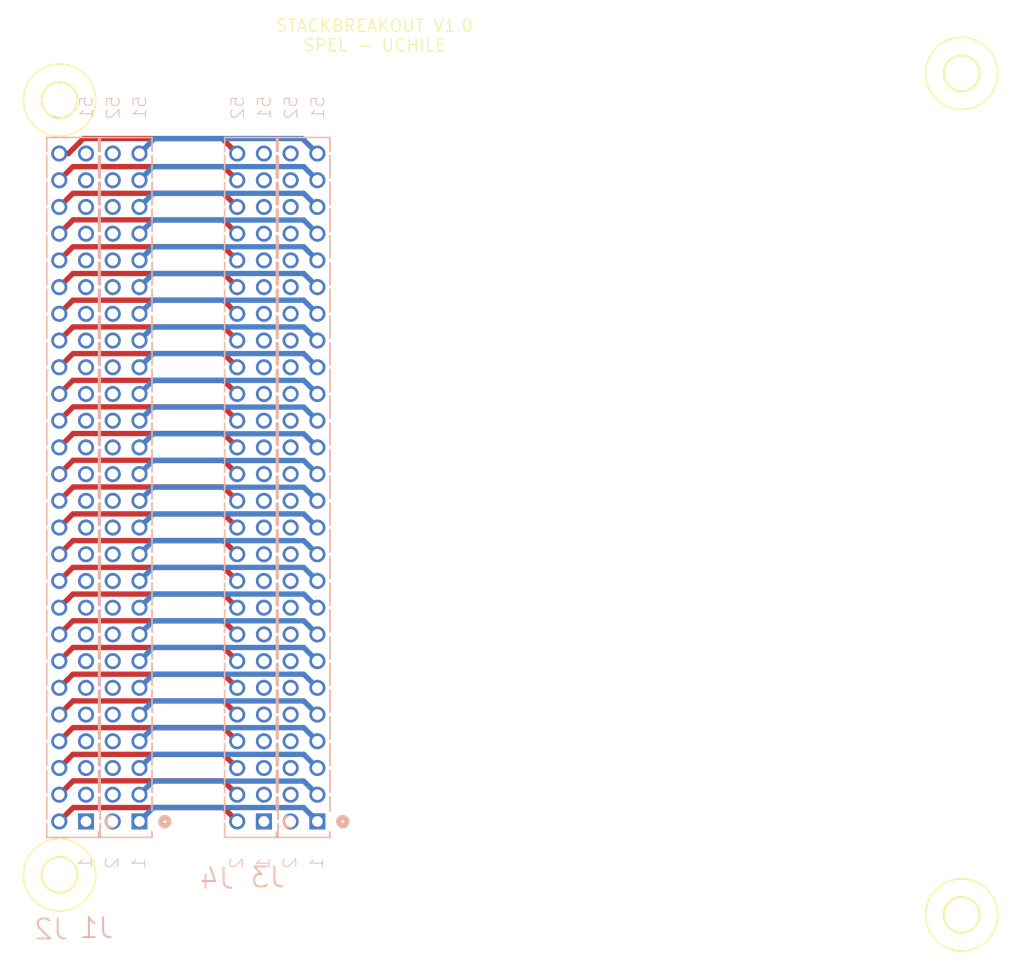
<source format=kicad_pcb>
(kicad_pcb (version 20221018) (generator pcbnew)
  (layers (0 "F.Cu" signal) (1 "In1.Cu" signal) (2 "In2.Cu" signal) (31 "B.Cu" signal) (34 "B.Paste" user) (35 "F.Paste" user) (36 "B.SilkS" user "B.Silkscreen") (37 "F.SilkS" user "F.Silkscreen") (38 "B.Mask" user) (39 "F.Mask" user) (44 "Edge.Cuts" user))
  (net 0 "")
  (net 1 "GND")
  (net 2 "CAN-L")
  (net 3 "CAN-H")
  (net 4 "N$3")
  (net 5 "N$4")
  (net 6 "I2C2-SDA")
  (net 7 "I2C2_SCL")
  (net 8 "N$7")
  (net 9 "N$8")
  (net 10 "N$9")
  (net 11 "RX")
  (net 12 "N$11")
  (net 13 "N$12")
  (net 14 "N$13")
  (net 15 "N$14")
  (net 16 "N$15")
  (net 17 "N$16")
  (net 18 "N$17")
  (net 19 "N$18")
  (net 20 "N$19")
  (net 21 "N$20")
  (net 22 "N$21")
  (net 23 "N$22")
  (net 24 "TX")
  (net 25 "N$24")
  (net 26 "N$25")
  (net 27 "N$26")
  (net 28 "N$27")
  (net 29 "N$28")
  (net 30 "N$29")
  (net 31 "N$30")
  (net 32 "N$31")
  (net 33 "N$32")
  (net 34 "TXD")
  (net 35 "I2C-SDA")
  (net 36 "I2C-SCL")
  (net 37 "N$36")
  (net 38 "OUT1_3V3")
  (net 39 "OUT2_3V3")
  (net 40 "OUT3_3V3")
  (net 41 "N$40")
  (net 42 "N$41")
  (net 43 "5V0_IN")
  (net 44 "N$43")
  (net 45 "N$44")
  (net 46 "N$45")
  (net 47 "RXD")
  (net 48 "N$47")
  (net 49 "N$48")
  (net 50 "N$49")
  (net 51 "OUT4_5V0")
  (net 52 "OUT5_5V0")
  (net 53 "OUT6_5V0")
  (net 54 "N$53")
  (net 55 "N$54")
  (net 56 "N$55")
  (net 57 "N$56")
  (net 58 "N$57")
  (net 59 "N$58")
  (net 60 "N$59")
  (net 61 "N$60")
  (net 62 "N$61")
  (net 63 "N$62")
  (net 64 "N$63")
  (net 65 "N$64")
  (net 66 "5V0")
  (net 67 "N$66")
  (net 68 "N$67")
  (net 69 "N$68")
  (net 70 "N$69")
  (net 71 "N$70")
  (net 72 "N$71")
  (net 73 "N$72")
  (net 74 "N$73")
  (net 75 "N$74")
  (net 76 "N$75")
  (net 77 "N$76")
  (net 78 "N$77")
  (net 79 "3V3")
  (net 80 "N$82")
  (net 81 "RX2")
  (net 82 "TX2")
  (net 83 "N$85")
  (net 84 "N$86")
  (net 85 "N$87")
  (net 86 "V_BAT")
  (net 87 "N$89")
  (net 88 "N$90")
  (net 89 "N$91")
  (net 90 "N$95")
  (net 91 "EPS_RX")
  (net 92 "EPS_TX")
  (net 93 "N$98")
  (net 94 "N$99")
  (net 95 "N$100")
  (net 96 "N$102")
  (net 97 "N$103")
  (net 98 "N$104")
  (net 99 "AGND")
  (footprint "StackBreakoutConnection_4layers_V1.0:3,2" (layer "F.Cu") (at 191.3324 145.6736)
    (fp_text reference "U$3" hide)
    (fp_text value "" hide)
    (pad "" np_thru_hole circle (at 0 0) (size 3.2 3.2) (drill 3.2) (layers "*.Cu" "*.Mask"))
  )
  (footprint "StackBreakoutConnection_4layers_V1.0:3,2" (layer "F.Cu") (at 191.3324 65.6636)
    (fp_text reference "U$2" hide)
    (fp_text value "" hide)
    (pad "" np_thru_hole circle (at 0 0) (size 3.2 3.2) (drill 3.2) (layers "*.Cu" "*.Mask"))
  )
  (footprint "StackBreakoutConnection_4layers_V1.0:3,2" (layer "F.Cu") (at 105.6024 68.2036)
    (fp_text reference "U$1" hide)
    (fp_text value "" hide)
    (pad "" np_thru_hole circle (at 0 0) (size 3.2 3.2) (drill 3.2) (layers "*.Cu" "*.Mask"))
  )
  (footprint "StackBreakoutConnection_4layers_V1.0:3,2" (layer "F.Cu") (at 105.6024 141.8636)
    (fp_text reference "U$4" hide)
    (fp_text value "" hide)
    (pad "" np_thru_hole circle (at 0 0) (size 3.2 3.2) (drill 3.2) (layers "*.Cu" "*.Mask"))
  )
  (footprint "StackBreakoutConnection_4layers_V1.0:SAMTEC_SSQ-126-23-G-D" (layer "B.Cu") (at 105.5824 73.2836 -90)
    (fp_text reference "J2" (at 73.7616 -0.9652 -360) (layer "B.SilkS") (effects (font (size 1.895348 1.895348) (thickness 0.187452)) (justify left mirror)))
    (fp_text value "SSQ-126-23-G-D" hide)
    (fp_text user "51" (at -5.5372 -3.2766 90) (layer "B.SilkS") (effects (font (size 1.1938 1.1938) (thickness 0.0762)) (justify left bottom mirror)))
    (fp_text user "2" (at 66.8528 -0.635 90) (layer "B.SilkS") (effects (font (size 1.1938 1.1938) (thickness 0.0762)) (justify left bottom mirror)))
    (fp_text user "52" (at -5.5372 -0.7366 90) (layer "B.SilkS") (effects (font (size 1.1938 1.1938) (thickness 0.0762)) (justify left bottom mirror)))
    (fp_text user "1" (at 66.8528 -3.175 90) (layer "B.SilkS") (effects (font (size 1.1938 1.1938) (thickness 0.0762)) (justify left bottom mirror)))
    (pad "1" thru_hole rect (at 63.5 -2.54 270) (size 1.524 1.524) (drill 1.016) (layers "*.Cu" "*.Mask") (net 54 "N$53"))
    (pad "2" thru_hole circle (at 63.5 0 270) (size 1.524 1.524) (drill 1.016) (layers "*.Cu" "*.Mask") (net 67 "N$66"))
    (pad "3" thru_hole circle (at 60.96 -2.54 270) (size 1.524 1.524) (drill 1.016) (layers "*.Cu" "*.Mask") (net 55 "N$54"))
    (pad "4" thru_hole circle (at 60.96 0 270) (size 1.524 1.524) (drill 1.016) (layers "*.Cu" "*.Mask") (net 68 "N$67"))
    (pad "5" thru_hole circle (at 58.42 -2.54 270) (size 1.524 1.524) (drill 1.016) (layers "*.Cu" "*.Mask") (net 56 "N$55"))
    (pad "6" thru_hole circle (at 58.42 0 270) (size 1.524 1.524) (drill 1.016) (layers "*.Cu" "*.Mask") (net 69 "N$68"))
    (pad "7" thru_hole circle (at 55.88 -2.54 270) (size 1.524 1.524) (drill 1.016) (layers "*.Cu" "*.Mask") (net 57 "N$56"))
    (pad "8" thru_hole circle (at 55.88 0 270) (size 1.524 1.524) (drill 1.016) (layers "*.Cu" "*.Mask") (net 70 "N$69"))
    (pad "9" thru_hole circle (at 53.34 -2.54 270) (size 1.524 1.524) (drill 1.016) (layers "*.Cu" "*.Mask") (net 58 "N$57"))
    (pad "10" thru_hole circle (at 53.34 0 270) (size 1.524 1.524) (drill 1.016) (layers "*.Cu" "*.Mask") (net 71 "N$70"))
    (pad "11" thru_hole circle (at 50.8 -2.54 270) (size 1.524 1.524) (drill 1.016) (layers "*.Cu" "*.Mask") (net 59 "N$58"))
    (pad "12" thru_hole circle (at 50.8 0 270) (size 1.524 1.524) (drill 1.016) (layers "*.Cu" "*.Mask") (net 72 "N$71"))
    (pad "13" thru_hole circle (at 48.26 -2.54 270) (size 1.524 1.524) (drill 1.016) (layers "*.Cu" "*.Mask") (net 60 "N$59"))
    (pad "14" thru_hole circle (at 48.26 0 270) (size 1.524 1.524) (drill 1.016) (layers "*.Cu" "*.Mask") (net 73 "N$72"))
    (pad "15" thru_hole circle (at 45.72 -2.54 270) (size 1.524 1.524) (drill 1.016) (layers "*.Cu" "*.Mask") (net 61 "N$60"))
    (pad "16" thru_hole circle (at 45.72 0 270) (size 1.524 1.524) (drill 1.016) (layers "*.Cu" "*.Mask") (net 74 "N$73"))
    (pad "17" thru_hole circle (at 43.18 -2.54 270) (size 1.524 1.524) (drill 1.016) (layers "*.Cu" "*.Mask") (net 62 "N$61"))
    (pad "18" thru_hole circle (at 43.18 0 270) (size 1.524 1.524) (drill 1.016) (layers "*.Cu" "*.Mask") (net 75 "N$74"))
    (pad "19" thru_hole circle (at 40.64 -2.54 270) (size 1.524 1.524) (drill 1.016) (layers "*.Cu" "*.Mask") (net 63 "N$62"))
    (pad "20" thru_hole circle (at 40.64 0 270) (size 1.524 1.524) (drill 1.016) (layers "*.Cu" "*.Mask") (net 76 "N$75"))
    (pad "21" thru_hole circle (at 38.1 -2.54 270) (size 1.524 1.524) (drill 1.016) (layers "*.Cu" "*.Mask") (net 64 "N$63"))
    (pad "22" thru_hole circle (at 38.1 0 270) (size 1.524 1.524) (drill 1.016) (layers "*.Cu" "*.Mask") (net 77 "N$76"))
    (pad "23" thru_hole circle (at 35.56 -2.54 270) (size 1.524 1.524) (drill 1.016) (layers "*.Cu" "*.Mask") (net 65 "N$64"))
    (pad "24" thru_hole circle (at 35.56 0 270) (size 1.524 1.524) (drill 1.016) (layers "*.Cu" "*.Mask") (net 78 "N$77"))
    (pad "25" thru_hole circle (at 33.02 -2.54 270) (size 1.524 1.524) (drill 1.016) (layers "*.Cu" "*.Mask") (net 66 "5V0"))
    (pad "26" thru_hole circle (at 33.02 0 270) (size 1.524 1.524) (drill 1.016) (layers "*.Cu" "*.Mask") (net 66 "5V0"))
    (pad "27" thru_hole circle (at 30.48 -2.54 270) (size 1.524 1.524) (drill 1.016) (layers "*.Cu" "*.Mask") (net 79 "3V3"))
    (pad "28" thru_hole circle (at 30.48 0 270) (size 1.524 1.524) (drill 1.016) (layers "*.Cu" "*.Mask") (net 79 "3V3"))
    (pad "29" thru_hole circle (at 27.94 -2.54 270) (size 1.524 1.524) (drill 1.016) (layers "*.Cu" "*.Mask") (net 1 "GND"))
    (pad "30" thru_hole circle (at 27.94 0 270) (size 1.524 1.524) (drill 1.016) (layers "*.Cu" "*.Mask") (net 1 "GND"))
    (pad "31" thru_hole circle (at 25.4 -2.54 270) (size 1.524 1.524) (drill 1.016) (layers "*.Cu" "*.Mask") (net 99 "AGND"))
    (pad "32" thru_hole circle (at 25.4 0 270) (size 1.524 1.524) (drill 1.016) (layers "*.Cu" "*.Mask") (net 1 "GND"))
    (pad "33" thru_hole circle (at 22.86 -2.54 270) (size 1.524 1.524) (drill 1.016) (layers "*.Cu" "*.Mask") (net 80 "N$82"))
    (pad "34" thru_hole circle (at 22.86 0 270) (size 1.524 1.524) (drill 1.016) (layers "*.Cu" "*.Mask") (net 90 "N$95"))
    (pad "35" thru_hole circle (at 20.32 -2.54 270) (size 1.524 1.524) (drill 1.016) (layers "*.Cu" "*.Mask") (net 81 "RX2"))
    (pad "36" thru_hole circle (at 20.32 0 270) (size 1.524 1.524) (drill 1.016) (layers "*.Cu" "*.Mask") (net 91 "EPS_RX"))
    (pad "37" thru_hole circle (at 17.78 -2.54 270) (size 1.524 1.524) (drill 1.016) (layers "*.Cu" "*.Mask") (net 82 "TX2"))
    (pad "38" thru_hole circle (at 17.78 0 270) (size 1.524 1.524) (drill 1.016) (layers "*.Cu" "*.Mask") (net 92 "EPS_TX"))
    (pad "39" thru_hole circle (at 15.24 -2.54 270) (size 1.524 1.524) (drill 1.016) (layers "*.Cu" "*.Mask") (net 83 "N$85"))
    (pad "40" thru_hole circle (at 15.24 0 270) (size 1.524 1.524) (drill 1.016) (layers "*.Cu" "*.Mask") (net 93 "N$98"))
    (pad "41" thru_hole circle (at 12.7 -2.54 270) (size 1.524 1.524) (drill 1.016) (layers "*.Cu" "*.Mask") (net 84 "N$86"))
    (pad "42" thru_hole circle (at 12.7 0 270) (size 1.524 1.524) (drill 1.016) (layers "*.Cu" "*.Mask") (net 94 "N$99"))
    (pad "43" thru_hole circle (at 10.16 -2.54 270) (size 1.524 1.524) (drill 1.016) (layers "*.Cu" "*.Mask") (net 85 "N$87"))
    (pad "44" thru_hole circle (at 10.16 0 270) (size 1.524 1.524) (drill 1.016) (layers "*.Cu" "*.Mask") (net 95 "N$100"))
    (pad "45" thru_hole circle (at 7.62 -2.54 270) (size 1.524 1.524) (drill 1.016) (layers "*.Cu" "*.Mask") (net 86 "V_BAT"))
    (pad "46" thru_hole circle (at 7.62 0 270) (size 1.524 1.524) (drill 1.016) (layers "*.Cu" "*.Mask") (net 86 "V_BAT"))
    (pad "47" thru_hole circle (at 5.08 -2.54 270) (size 1.524 1.524) (drill 1.016) (layers "*.Cu" "*.Mask") (net 87 "N$89"))
    (pad "48" thru_hole circle (at 5.08 0 270) (size 1.524 1.524) (drill 1.016) (layers "*.Cu" "*.Mask") (net 96 "N$102"))
    (pad "49" thru_hole circle (at 2.54 -2.54 270) (size 1.524 1.524) (drill 1.016) (layers "*.Cu" "*.Mask") (net 88 "N$90"))
    (pad "50" thru_hole circle (at 2.54 0 270) (size 1.524 1.524) (drill 1.016) (layers "*.Cu" "*.Mask") (net 97 "N$103"))
    (pad "51" thru_hole circle (at 0 -2.54 270) (size 1.524 1.524) (drill 1.016) (layers "*.Cu" "*.Mask") (net 89 "N$91"))
    (pad "52" thru_hole circle (at 0 0 270) (size 1.524 1.524) (drill 1.016) (layers "*.Cu" "*.Mask") (net 98 "N$104"))
  )
  (footprint "StackBreakoutConnection_4layers_V1.0:SAMTEC_SSQ-126-23-G-D" (layer "B.Cu") (at 127.5684 73.2836 -90)
    (fp_text reference "J3" (at 68.8086 0.4318 -360) (layer "B.SilkS") (effects (font (size 1.895348 1.895348) (thickness 0.187452)) (justify left mirror)))
    (fp_text value "SSQ-126-23-G-D" hide)
    (fp_text user "1" (at 66.8528 -3.175 90) (layer "B.SilkS") (effects (font (size 1.1938 1.1938) (thickness 0.0762)) (justify left bottom mirror)))
    (fp_text user "52" (at -5.5372 -0.7366 90) (layer "B.SilkS") (effects (font (size 1.1938 1.1938) (thickness 0.0762)) (justify left bottom mirror)))
    (fp_text user "2" (at 66.8528 -0.635 90) (layer "B.SilkS") (effects (font (size 1.1938 1.1938) (thickness 0.0762)) (justify left bottom mirror)))
    (fp_text user "51" (at -5.5372 -3.2766 90) (layer "B.SilkS") (effects (font (size 1.1938 1.1938) (thickness 0.0762)) (justify left bottom mirror)))
    (pad "1" thru_hole rect (at 63.5 -2.54 270) (size 1.524 1.524) (drill 1.016) (layers "*.Cu" "*.Mask") (net 2 "CAN-L"))
    (pad "2" thru_hole circle (at 63.5 0 270) (size 1.524 1.524) (drill 1.016) (layers "*.Cu" "*.Mask") (net 15 "N$14"))
    (pad "3" thru_hole circle (at 60.96 -2.54 270) (size 1.524 1.524) (drill 1.016) (layers "*.Cu" "*.Mask") (net 3 "CAN-H"))
    (pad "4" thru_hole circle (at 60.96 0 270) (size 1.524 1.524) (drill 1.016) (layers "*.Cu" "*.Mask") (net 16 "N$15"))
    (pad "5" thru_hole circle (at 58.42 -2.54 270) (size 1.524 1.524) (drill 1.016) (layers "*.Cu" "*.Mask") (net 4 "N$3"))
    (pad "6" thru_hole circle (at 58.42 0 270) (size 1.524 1.524) (drill 1.016) (layers "*.Cu" "*.Mask") (net 17 "N$16"))
    (pad "7" thru_hole circle (at 55.88 -2.54 270) (size 1.524 1.524) (drill 1.016) (layers "*.Cu" "*.Mask") (net 5 "N$4"))
    (pad "8" thru_hole circle (at 55.88 0 270) (size 1.524 1.524) (drill 1.016) (layers "*.Cu" "*.Mask") (net 18 "N$17"))
    (pad "9" thru_hole circle (at 53.34 -2.54 270) (size 1.524 1.524) (drill 1.016) (layers "*.Cu" "*.Mask") (net 6 "I2C2-SDA"))
    (pad "10" thru_hole circle (at 53.34 0 270) (size 1.524 1.524) (drill 1.016) (layers "*.Cu" "*.Mask") (net 19 "N$18"))
    (pad "11" thru_hole circle (at 50.8 -2.54 270) (size 1.524 1.524) (drill 1.016) (layers "*.Cu" "*.Mask") (net 7 "I2C2_SCL"))
    (pad "12" thru_hole circle (at 50.8 0 270) (size 1.524 1.524) (drill 1.016) (layers "*.Cu" "*.Mask") (net 20 "N$19"))
    (pad "13" thru_hole circle (at 48.26 -2.54 270) (size 1.524 1.524) (drill 1.016) (layers "*.Cu" "*.Mask") (net 8 "N$7"))
    (pad "14" thru_hole circle (at 48.26 0 270) (size 1.524 1.524) (drill 1.016) (layers "*.Cu" "*.Mask") (net 21 "N$20"))
    (pad "15" thru_hole circle (at 45.72 -2.54 270) (size 1.524 1.524) (drill 1.016) (layers "*.Cu" "*.Mask") (net 9 "N$8"))
    (pad "16" thru_hole circle (at 45.72 0 270) (size 1.524 1.524) (drill 1.016) (layers "*.Cu" "*.Mask") (net 22 "N$21"))
    (pad "17" thru_hole circle (at 43.18 -2.54 270) (size 1.524 1.524) (drill 1.016) (layers "*.Cu" "*.Mask") (net 10 "N$9"))
    (pad "18" thru_hole circle (at 43.18 0 270) (size 1.524 1.524) (drill 1.016) (layers "*.Cu" "*.Mask") (net 23 "N$22"))
    (pad "19" thru_hole circle (at 40.64 -2.54 270) (size 1.524 1.524) (drill 1.016) (layers "*.Cu" "*.Mask") (net 11 "RX"))
    (pad "20" thru_hole circle (at 40.64 0 270) (size 1.524 1.524) (drill 1.016) (layers "*.Cu" "*.Mask") (net 24 "TX"))
    (pad "21" thru_hole circle (at 38.1 -2.54 270) (size 1.524 1.524) (drill 1.016) (layers "*.Cu" "*.Mask") (net 12 "N$11"))
    (pad "22" thru_hole circle (at 38.1 0 270) (size 1.524 1.524) (drill 1.016) (layers "*.Cu" "*.Mask") (net 25 "N$24"))
    (pad "23" thru_hole circle (at 35.56 -2.54 270) (size 1.524 1.524) (drill 1.016) (layers "*.Cu" "*.Mask") (net 13 "N$12"))
    (pad "24" thru_hole circle (at 35.56 0 270) (size 1.524 1.524) (drill 1.016) (layers "*.Cu" "*.Mask") (net 26 "N$25"))
    (pad "25" thru_hole circle (at 33.02 -2.54 270) (size 1.524 1.524) (drill 1.016) (layers "*.Cu" "*.Mask") (net 14 "N$13"))
    (pad "26" thru_hole circle (at 33.02 0 270) (size 1.524 1.524) (drill 1.016) (layers "*.Cu" "*.Mask") (net 27 "N$26"))
    (pad "27" thru_hole circle (at 30.48 -2.54 270) (size 1.524 1.524) (drill 1.016) (layers "*.Cu" "*.Mask") (net 28 "N$27"))
    (pad "28" thru_hole circle (at 30.48 0 270) (size 1.524 1.524) (drill 1.016) (layers "*.Cu" "*.Mask") (net 41 "N$40"))
    (pad "29" thru_hole circle (at 27.94 -2.54 270) (size 1.524 1.524) (drill 1.016) (layers "*.Cu" "*.Mask") (net 29 "N$28"))
    (pad "30" thru_hole circle (at 27.94 0 270) (size 1.524 1.524) (drill 1.016) (layers "*.Cu" "*.Mask") (net 42 "N$41"))
    (pad "31" thru_hole circle (at 25.4 -2.54 270) (size 1.524 1.524) (drill 1.016) (layers "*.Cu" "*.Mask") (net 30 "N$29"))
    (pad "32" thru_hole circle (at 25.4 0 270) (size 1.524 1.524) (drill 1.016) (layers "*.Cu" "*.Mask") (net 43 "5V0_IN"))
    (pad "33" thru_hole circle (at 22.86 -2.54 270) (size 1.524 1.524) (drill 1.016) (layers "*.Cu" "*.Mask") (net 31 "N$30"))
    (pad "34" thru_hole circle (at 22.86 0 270) (size 1.524 1.524) (drill 1.016) (layers "*.Cu" "*.Mask") (net 44 "N$43"))
    (pad "35" thru_hole circle (at 20.32 -2.54 270) (size 1.524 1.524) (drill 1.016) (layers "*.Cu" "*.Mask") (net 32 "N$31"))
    (pad "36" thru_hole circle (at 20.32 0 270) (size 1.524 1.524) (drill 1.016) (layers "*.Cu" "*.Mask") (net 45 "N$44"))
    (pad "37" thru_hole circle (at 17.78 -2.54 270) (size 1.524 1.524) (drill 1.016) (layers "*.Cu" "*.Mask") (net 33 "N$32"))
    (pad "38" thru_hole circle (at 17.78 0 270) (size 1.524 1.524) (drill 1.016) (layers "*.Cu" "*.Mask") (net 46 "N$45"))
    (pad "39" thru_hole circle (at 15.24 -2.54 270) (size 1.524 1.524) (drill 1.016) (layers "*.Cu" "*.Mask") (net 34 "TXD"))
    (pad "40" thru_hole circle (at 15.24 0 270) (size 1.524 1.524) (drill 1.016) (layers "*.Cu" "*.Mask") (net 47 "RXD"))
    (pad "41" thru_hole circle (at 12.7 -2.54 270) (size 1.524 1.524) (drill 1.016) (layers "*.Cu" "*.Mask") (net 35 "I2C-SDA"))
    (pad "42" thru_hole circle (at 12.7 0 270) (size 1.524 1.524) (drill 1.016) (layers "*.Cu" "*.Mask") (net 48 "N$47"))
    (pad "43" thru_hole circle (at 10.16 -2.54 270) (size 1.524 1.524) (drill 1.016) (layers "*.Cu" "*.Mask") (net 36 "I2C-SCL"))
    (pad "44" thru_hole circle (at 10.16 0 270) (size 1.524 1.524) (drill 1.016) (layers "*.Cu" "*.Mask") (net 49 "N$48"))
    (pad "45" thru_hole circle (at 7.62 -2.54 270) (size 1.524 1.524) (drill 1.016) (layers "*.Cu" "*.Mask") (net 37 "N$36"))
    (pad "46" thru_hole circle (at 7.62 0 270) (size 1.524 1.524) (drill 1.016) (layers "*.Cu" "*.Mask") (net 50 "N$49"))
    (pad "47" thru_hole circle (at 5.08 -2.54 270) (size 1.524 1.524) (drill 1.016) (layers "*.Cu" "*.Mask") (net 38 "OUT1_3V3"))
    (pad "48" thru_hole circle (at 5.08 0 270) (size 1.524 1.524) (drill 1.016) (layers "*.Cu" "*.Mask") (net 51 "OUT4_5V0"))
    (pad "49" thru_hole circle (at 2.54 -2.54 270) (size 1.524 1.524) (drill 1.016) (layers "*.Cu" "*.Mask") (net 39 "OUT2_3V3"))
    (pad "50" thru_hole circle (at 2.54 0 270) (size 1.524 1.524) (drill 1.016) (layers "*.Cu" "*.Mask") (net 52 "OUT5_5V0"))
    (pad "51" thru_hole circle (at 0 -2.54 270) (size 1.524 1.524) (drill 1.016) (layers "*.Cu" "*.Mask") (net 40 "OUT3_3V3"))
    (pad "52" thru_hole circle (at 0 0 270) (size 1.524 1.524) (drill 1.016) (layers "*.Cu" "*.Mask") (net 53 "OUT6_5V0"))
  )
  (footprint "StackBreakoutConnection_4layers_V1.0:SAMTEC_SSQ-126-23-G-D" (layer "B.Cu") (at 122.4884 73.2836 -90)
    (fp_text reference "J4" (at 68.9356 0.1778 -360) (layer "B.SilkS") (effects (font (size 1.895348 1.895348) (thickness 0.187452)) (justify left mirror)))
    (fp_text value "SSQ-126-23-G-D" hide)
    (fp_text user "2" (at 66.8528 -0.635 90) (layer "B.SilkS") (effects (font (size 1.1938 1.1938) (thickness 0.0762)) (justify left bottom mirror)))
    (fp_text user "1" (at 66.8528 -3.175 90) (layer "B.SilkS") (effects (font (size 1.1938 1.1938) (thickness 0.0762)) (justify left bottom mirror)))
    (fp_text user "51" (at -5.5372 -3.2766 90) (layer "B.SilkS") (effects (font (size 1.1938 1.1938) (thickness 0.0762)) (justify left bottom mirror)))
    (fp_text user "52" (at -5.5372 -0.7366 90) (layer "B.SilkS") (effects (font (size 1.1938 1.1938) (thickness 0.0762)) (justify left bottom mirror)))
    (pad "1" thru_hole rect (at 63.5 -2.54 270) (size 1.524 1.524) (drill 1.016) (layers "*.Cu" "*.Mask") (net 54 "N$53"))
    (pad "2" thru_hole circle (at 63.5 0 270) (size 1.524 1.524) (drill 1.016) (layers "*.Cu" "*.Mask") (net 67 "N$66"))
    (pad "3" thru_hole circle (at 60.96 -2.54 270) (size 1.524 1.524) (drill 1.016) (layers "*.Cu" "*.Mask") (net 55 "N$54"))
    (pad "4" thru_hole circle (at 60.96 0 270) (size 1.524 1.524) (drill 1.016) (layers "*.Cu" "*.Mask") (net 68 "N$67"))
    (pad "5" thru_hole circle (at 58.42 -2.54 270) (size 1.524 1.524) (drill 1.016) (layers "*.Cu" "*.Mask") (net 56 "N$55"))
    (pad "6" thru_hole circle (at 58.42 0 270) (size 1.524 1.524) (drill 1.016) (layers "*.Cu" "*.Mask") (net 69 "N$68"))
    (pad "7" thru_hole circle (at 55.88 -2.54 270) (size 1.524 1.524) (drill 1.016) (layers "*.Cu" "*.Mask") (net 57 "N$56"))
    (pad "8" thru_hole circle (at 55.88 0 270) (size 1.524 1.524) (drill 1.016) (layers "*.Cu" "*.Mask") (net 70 "N$69"))
    (pad "9" thru_hole circle (at 53.34 -2.54 270) (size 1.524 1.524) (drill 1.016) (layers "*.Cu" "*.Mask") (net 58 "N$57"))
    (pad "10" thru_hole circle (at 53.34 0 270) (size 1.524 1.524) (drill 1.016) (layers "*.Cu" "*.Mask") (net 71 "N$70"))
    (pad "11" thru_hole circle (at 50.8 -2.54 270) (size 1.524 1.524) (drill 1.016) (layers "*.Cu" "*.Mask") (net 59 "N$58"))
    (pad "12" thru_hole circle (at 50.8 0 270) (size 1.524 1.524) (drill 1.016) (layers "*.Cu" "*.Mask") (net 72 "N$71"))
    (pad "13" thru_hole circle (at 48.26 -2.54 270) (size 1.524 1.524) (drill 1.016) (layers "*.Cu" "*.Mask") (net 60 "N$59"))
    (pad "14" thru_hole circle (at 48.26 0 270) (size 1.524 1.524) (drill 1.016) (layers "*.Cu" "*.Mask") (net 73 "N$72"))
    (pad "15" thru_hole circle (at 45.72 -2.54 270) (size 1.524 1.524) (drill 1.016) (layers "*.Cu" "*.Mask") (net 61 "N$60"))
    (pad "16" thru_hole circle (at 45.72 0 270) (size 1.524 1.524) (drill 1.016) (layers "*.Cu" "*.Mask") (net 74 "N$73"))
    (pad "17" thru_hole circle (at 43.18 -2.54 270) (size 1.524 1.524) (drill 1.016) (layers "*.Cu" "*.Mask") (net 62 "N$61"))
    (pad "18" thru_hole circle (at 43.18 0 270) (size 1.524 1.524) (drill 1.016) (layers "*.Cu" "*.Mask") (net 75 "N$74"))
    (pad "19" thru_hole circle (at 40.64 -2.54 270) (size 1.524 1.524) (drill 1.016) (layers "*.Cu" "*.Mask") (net 63 "N$62"))
    (pad "20" thru_hole circle (at 40.64 0 270) (size 1.524 1.524) (drill 1.016) (layers "*.Cu" "*.Mask") (net 76 "N$75"))
    (pad "21" thru_hole circle (at 38.1 -2.54 270) (size 1.524 1.524) (drill 1.016) (layers "*.Cu" "*.Mask") (net 64 "N$63"))
    (pad "22" thru_hole circle (at 38.1 0 270) (size 1.524 1.524) (drill 1.016) (layers "*.Cu" "*.Mask") (net 77 "N$76"))
    (pad "23" thru_hole circle (at 35.56 -2.54 270) (size 1.524 1.524) (drill 1.016) (layers "*.Cu" "*.Mask") (net 65 "N$64"))
    (pad "24" thru_hole circle (at 35.56 0 270) (size 1.524 1.524) (drill 1.016) (layers "*.Cu" "*.Mask") (net 78 "N$77"))
    (pad "25" thru_hole circle (at 33.02 -2.54 270) (size 1.524 1.524) (drill 1.016) (layers "*.Cu" "*.Mask") (net 66 "5V0"))
    (pad "26" thru_hole circle (at 33.02 0 270) (size 1.524 1.524) (drill 1.016) (layers "*.Cu" "*.Mask") (net 66 "5V0"))
    (pad "27" thru_hole circle (at 30.48 -2.54 270) (size 1.524 1.524) (drill 1.016) (layers "*.Cu" "*.Mask") (net 79 "3V3"))
    (pad "28" thru_hole circle (at 30.48 0 270) (size 1.524 1.524) (drill 1.016) (layers "*.Cu" "*.Mask") (net 79 "3V3"))
    (pad "29" thru_hole circle (at 27.94 -2.54 270) (size 1.524 1.524) (drill 1.016) (layers "*.Cu" "*.Mask") (net 1 "GND"))
    (pad "30" thru_hole circle (at 27.94 0 270) (size 1.524 1.524) (drill 1.016) (layers "*.Cu" "*.Mask") (net 1 "GND"))
    (pad "31" thru_hole circle (at 25.4 -2.54 270) (size 1.524 1.524) (drill 1.016) (layers "*.Cu" "*.Mask") (net 99 "AGND"))
    (pad "32" thru_hole circle (at 25.4 0 270) (size 1.524 1.524) (drill 1.016) (layers "*.Cu" "*.Mask") (net 1 "GND"))
    (pad "33" thru_hole circle (at 22.86 -2.54 270) (size 1.524 1.524) (drill 1.016) (layers "*.Cu" "*.Mask") (net 80 "N$82"))
    (pad "34" thru_hole circle (at 22.86 0 270) (size 1.524 1.524) (drill 1.016) (layers "*.Cu" "*.Mask") (net 90 "N$95"))
    (pad "35" thru_hole circle (at 20.32 -2.54 270) (size 1.524 1.524) (drill 1.016) (layers "*.Cu" "*.Mask") (net 81 "RX2"))
    (pad "36" thru_hole circle (at 20.32 0 270) (size 1.524 1.524) (drill 1.016) (layers "*.Cu" "*.Mask") (net 91 "EPS_RX"))
    (pad "37" thru_hole circle (at 17.78 -2.54 270) (size 1.524 1.524) (drill 1.016) (layers "*.Cu" "*.Mask") (net 82 "TX2"))
    (pad "38" thru_hole circle (at 17.78 0 270) (size 1.524 1.524) (drill 1.016) (layers "*.Cu" "*.Mask") (net 92 "EPS_TX"))
    (pad "39" thru_hole circle (at 15.24 -2.54 270) (size 1.524 1.524) (drill 1.016) (layers "*.Cu" "*.Mask") (net 83 "N$85"))
    (pad "40" thru_hole circle (at 15.24 0 270) (size 1.524 1.524) (drill 1.016) (layers "*.Cu" "*.Mask") (net 93 "N$98"))
    (pad "41" thru_hole circle (at 12.7 -2.54 270) (size 1.524 1.524) (drill 1.016) (layers "*.Cu" "*.Mask") (net 84 "N$86"))
    (pad "42" thru_hole circle (at 12.7 0 270) (size 1.524 1.524) (drill 1.016) (layers "*.Cu" "*.Mask") (net 94 "N$99"))
    (pad "43" thru_hole circle (at 10.16 -2.54 270) (size 1.524 1.524) (drill 1.016) (layers "*.Cu" "*.Mask") (net 85 "N$87"))
    (pad "44" thru_hole circle (at 10.16 0 270) (size 1.524 1.524) (drill 1.016) (layers "*.Cu" "*.Mask") (net 95 "N$100"))
    (pad "45" thru_hole circle (at 7.62 -2.54 270) (size 1.524 1.524) (drill 1.016) (layers "*.Cu" "*.Mask") (net 86 "V_BAT"))
    (pad "46" thru_hole circle (at 7.62 0 270) (size 1.524 1.524) (drill 1.016) (layers "*.Cu" "*.Mask") (net 86 "V_BAT"))
    (pad "47" thru_hole circle (at 5.08 -2.54 270) (size 1.524 1.524) (drill 1.016) (layers "*.Cu" "*.Mask") (net 87 "N$89"))
    (pad "48" thru_hole circle (at 5.08 0 270) (size 1.524 1.524) (drill 1.016) (layers "*.Cu" "*.Mask") (net 96 "N$102"))
    (pad "49" thru_hole circle (at 2.54 -2.54 270) (size 1.524 1.524) (drill 1.016) (layers "*.Cu" "*.Mask") (net 88 "N$90"))
    (pad "50" thru_hole circle (at 2.54 0 270) (size 1.524 1.524) (drill 1.016) (layers "*.Cu" "*.Mask") (net 97 "N$103"))
    (pad "51" thru_hole circle (at 0 -2.54 270) (size 1.524 1.524) (drill 1.016) (layers "*.Cu" "*.Mask") (net 89 "N$91"))
    (pad "52" thru_hole circle (at 0 0 270) (size 1.524 1.524) (drill 1.016) (layers "*.Cu" "*.Mask") (net 98 "N$104"))
  )
  (footprint "StackBreakoutConnection_4layers_V1.0:SAMTEC_SSQ-126-23-G-D" (layer "B.Cu") (at 110.6624 73.2836 -90)
    (fp_text reference "J1" (at 73.6346 -0.2032 -360) (layer "B.SilkS") (effects (font (size 1.895348 1.895348) (thickness 0.187452)) (justify left mirror)))
    (fp_text value "SSQ-126-23-G-D" hide)
    (fp_text user "51" (at -5.5372 -3.2766 90) (layer "B.SilkS") (effects (font (size 1.1938 1.1938) (thickness 0.0762)) (justify left bottom mirror)))
    (fp_text user "2" (at 66.8528 -0.635 90) (layer "B.SilkS") (effects (font (size 1.1938 1.1938) (thickness 0.0762)) (justify left bottom mirror)))
    (fp_text user "1" (at 66.8528 -3.175 90) (layer "B.SilkS") (effects (font (size 1.1938 1.1938) (thickness 0.0762)) (justify left bottom mirror)))
    (fp_text user "52" (at -5.5372 -0.7366 90) (layer "B.SilkS") (effects (font (size 1.1938 1.1938) (thickness 0.0762)) (justify left bottom mirror)))
    (pad "1" thru_hole rect (at 63.5 -2.54 270) (size 1.524 1.524) (drill 1.016) (layers "*.Cu" "*.Mask") (net 2 "CAN-L"))
    (pad "2" thru_hole circle (at 63.5 0 270) (size 1.524 1.524) (drill 1.016) (layers "*.Cu" "*.Mask") (net 15 "N$14"))
    (pad "3" thru_hole circle (at 60.96 -2.54 270) (size 1.524 1.524) (drill 1.016) (layers "*.Cu" "*.Mask") (net 3 "CAN-H"))
    (pad "4" thru_hole circle (at 60.96 0 270) (size 1.524 1.524) (drill 1.016) (layers "*.Cu" "*.Mask") (net 16 "N$15"))
    (pad "5" thru_hole circle (at 58.42 -2.54 270) (size 1.524 1.524) (drill 1.016) (layers "*.Cu" "*.Mask") (net 4 "N$3"))
    (pad "6" thru_hole circle (at 58.42 0 270) (size 1.524 1.524) (drill 1.016) (layers "*.Cu" "*.Mask") (net 17 "N$16"))
    (pad "7" thru_hole circle (at 55.88 -2.54 270) (size 1.524 1.524) (drill 1.016) (layers "*.Cu" "*.Mask") (net 5 "N$4"))
    (pad "8" thru_hole circle (at 55.88 0 270) (size 1.524 1.524) (drill 1.016) (layers "*.Cu" "*.Mask") (net 18 "N$17"))
    (pad "9" thru_hole circle (at 53.34 -2.54 270) (size 1.524 1.524) (drill 1.016) (layers "*.Cu" "*.Mask") (net 6 "I2C2-SDA"))
    (pad "10" thru_hole circle (at 53.34 0 270) (size 1.524 1.524) (drill 1.016) (layers "*.Cu" "*.Mask") (net 19 "N$18"))
    (pad "11" thru_hole circle (at 50.8 -2.54 270) (size 1.524 1.524) (drill 1.016) (layers "*.Cu" "*.Mask") (net 7 "I2C2_SCL"))
    (pad "12" thru_hole circle (at 50.8 0 270) (size 1.524 1.524) (drill 1.016) (layers "*.Cu" "*.Mask") (net 20 "N$19"))
    (pad "13" thru_hole circle (at 48.26 -2.54 270) (size 1.524 1.524) (drill 1.016) (layers "*.Cu" "*.Mask") (net 8 "N$7"))
    (pad "14" thru_hole circle (at 48.26 0 270) (size 1.524 1.524) (drill 1.016) (layers "*.Cu" "*.Mask") (net 21 "N$20"))
    (pad "15" thru_hole circle (at 45.72 -2.54 270) (size 1.524 1.524) (drill 1.016) (layers "*.Cu" "*.Mask") (net 9 "N$8"))
    (pad "16" thru_hole circle (at 45.72 0 270) (size 1.524 1.524) (drill 1.016) (layers "*.Cu" "*.Mask") (net 22 "N$21"))
    (pad "17" thru_hole circle (at 43.18 -2.54 270) (size 1.524 1.524) (drill 1.016) (layers "*.Cu" "*.Mask") (net 10 "N$9"))
    (pad "18" thru_hole circle (at 43.18 0 270) (size 1.524 1.524) (drill 1.016) (layers "*.Cu" "*.Mask") (net 23 "N$22"))
    (pad "19" thru_hole circle (at 40.64 -2.54 270) (size 1.524 1.524) (drill 1.016) (layers "*.Cu" "*.Mask") (net 11 "RX"))
    (pad "20" thru_hole circle (at 40.64 0 270) (size 1.524 1.524) (drill 1.016) (layers "*.Cu" "*.Mask") (net 24 "TX"))
    (pad "21" thru_hole circle (at 38.1 -2.54 270) (size 1.524 1.524) (drill 1.016) (layers "*.Cu" "*.Mask") (net 12 "N$11"))
    (pad "22" thru_hole circle (at 38.1 0 270) (size 1.524 1.524) (drill 1.016) (layers "*.Cu" "*.Mask") (net 25 "N$24"))
    (pad "23" thru_hole circle (at 35.56 -2.54 270) (size 1.524 1.524) (drill 1.016) (layers "*.Cu" "*.Mask") (net 13 "N$12"))
    (pad "24" thru_hole circle (at 35.56 0 270) (size 1.524 1.524) (drill 1.016) (layers "*.Cu" "*.Mask") (net 26 "N$25"))
    (pad "25" thru_hole circle (at 33.02 -2.54 270) (size 1.524 1.524) (drill 1.016) (layers "*.Cu" "*.Mask") (net 14 "N$13"))
    (pad "26" thru_hole circle (at 33.02 0 270) (size 1.524 1.524) (drill 1.016) (layers "*.Cu" "*.Mask") (net 27 "N$26"))
    (pad "27" thru_hole circle (at 30.48 -2.54 270) (size 1.524 1.524) (drill 1.016) (layers "*.Cu" "*.Mask") (net 28 "N$27"))
    (pad "28" thru_hole circle (at 30.48 0 270) (size 1.524 1.524) (drill 1.016) (layers "*.Cu" "*.Mask") (net 41 "N$40"))
    (pad "29" thru_hole circle (at 27.94 -2.54 270) (size 1.524 1.524) (drill 1.016) (layers "*.Cu" "*.Mask") (net 29 "N$28"))
    (pad "30" thru_hole circle (at 27.94 0 270) (size 1.524 1.524) (drill 1.016) (layers "*.Cu" "*.Mask") (net 42 "N$41"))
    (pad "31" thru_hole circle (at 25.4 -2.54 270) (size 1.524 1.524) (drill 1.016) (layers "*.Cu" "*.Mask") (net 30 "N$29"))
    (pad "32" thru_hole circle (at 25.4 0 270) (size 1.524 1.524) (drill 1.016) (layers "*.Cu" "*.Mask") (net 43 "5V0_IN"))
    (pad "33" thru_hole circle (at 22.86 -2.54 270) (size 1.524 1.524) (drill 1.016) (layers "*.Cu" "*.Mask") (net 31 "N$30"))
    (pad "34" thru_hole circle (at 22.86 0 270) (size 1.524 1.524) (drill 1.016) (layers "*.Cu" "*.Mask") (net 44 "N$43"))
    (pad "35" thru_hole circle (at 20.32 -2.54 270) (size 1.524 1.524) (drill 1.016) (layers "*.Cu" "*.Mask") (net 32 "N$31"))
    (pad "36" thru_hole circle (at 20.32 0 270) (size 1.524 1.524) (drill 1.016) (layers "*.Cu" "*.Mask") (net 45 "N$44"))
    (pad "37" thru_hole circle (at 17.78 -2.54 270) (size 1.524 1.524) (drill 1.016) (layers "*.Cu" "*.Mask") (net 33 "N$32"))
    (pad "38" thru_hole circle (at 17.78 0 270) (size 1.524 1.524) (drill 1.016) (layers "*.Cu" "*.Mask") (net 46 "N$45"))
    (pad "39" thru_hole circle (at 15.24 -2.54 270) (size 1.524 1.524) (drill 1.016) (layers "*.Cu" "*.Mask") (net 34 "TXD"))
    (pad "40" thru_hole circle (at 15.24 0 270) (size 1.524 1.524) (drill 1.016) (layers "*.Cu" "*.Mask") (net 47 "RXD"))
    (pad "41" thru_hole circle (at 12.7 -2.54 270) (size 1.524 1.524) (drill 1.016) (layers "*.Cu" "*.Mask") (net 35 "I2C-SDA"))
    (pad "42" thru_hole circle (at 12.7 0 270) (size 1.524 1.524) (drill 1.016) (layers "*.Cu" "*.Mask") (net 48 "N$47"))
    (pad "43" thru_hole circle (at 10.16 -2.54 270) (size 1.524 1.524) (drill 1.016) (layers "*.Cu" "*.Mask") (net 36 "I2C-SCL"))
    (pad "44" thru_hole circle (at 10.16 0 270) (size 1.524 1.524) (drill 1.016) (layers "*.Cu" "*.Mask") (net 49 "N$48"))
    (pad "45" thru_hole circle (at 7.62 -2.54 270) (size 1.524 1.524) (drill 1.016) (layers "*.Cu" "*.Mask") (net 37 "N$36"))
    (pad "46" thru_hole circle (at 7.62 0 270) (size 1.524 1.524) (drill 1.016) (layers "*.Cu" "*.Mask") (net 50 "N$49"))
    (pad "47" thru_hole circle (at 5.08 -2.54 270) (size 1.524 1.524) (drill 1.016) (layers "*.Cu" "*.Mask") (net 38 "OUT1_3V3"))
    (pad "48" thru_hole circle (at 5.08 0 270) (size 1.524 1.524) (drill 1.016) (layers "*.Cu" "*.Mask") (net 51 "OUT4_5V0"))
    (pad "49" thru_hole circle (at 2.54 -2.54 270) (size 1.524 1.524) (drill 1.016) (layers "*.Cu" "*.Mask") (net 39 "OUT2_3V3"))
    (pad "50" thru_hole circle (at 2.54 0 270) (size 1.524 1.524) (drill 1.016) (layers "*.Cu" "*.Mask") (net 52 "OUT5_5V0"))
    (pad "51" thru_hole circle (at 0 -2.54 270) (size 1.524 1.524) (drill 1.016) (layers "*.Cu" "*.Mask") (net 40 "OUT3_3V3"))
    (pad "52" thru_hole circle (at 0 0 270) (size 1.524 1.524) (drill 1.016) (layers "*.Cu" "*.Mask") (net 53 "OUT6_5V0"))
  )
  (gr_line (start 102.9824 89.9436) (end 102.9824 124.5436) (stroke (width 0.001)) (layer "Edge.Cuts"))
  (gr_line (start 196.5198 72.118) (end 196.5198 60.0636) (stroke (width 0.001)) (layer "Edge.Cuts"))
  (gr_line (start 100.4824 149.9436) (end 173.6344 149.9436) (stroke (width 0.001)) (layer "Edge.Cuts"))
  (gr_line (start 196.4944 149.9436) (end 196.4944 130.1316) (stroke (width 0.001)) (layer "Edge.Cuts"))
  (gr_line (start 191.6684 127.3376) (end 191.6684 109.0496) (stroke (width 0.001)) (layer "Edge.Cuts"))
  (gr_line (start 196.5198 94.978) (end 191.4652 89.9234) (stroke (width 0.001)) (layer "Edge.Cuts"))
  (gr_line (start 196.5198 105.1888) (end 196.5198 94.978) (stroke (width 0.001)) (layer "Edge.Cuts"))
  (gr_line (start 186.5724 145.8476) (end 189.1284 149.9436) (stroke (width 0.001)) (layer "Edge.Cuts"))
  (gr_line (start 102.9824 124.5436) (end 100.4824 126.9436) (stroke (width 0.001)) (layer "Edge.Cuts"))
  (gr_line (start 100.4824 126.9436) (end 100.4824 149.9436) (stroke (width 0.001)) (layer "Edge.Cuts"))
  (gr_line (start 112.2824 64.5436) (end 107.8024 60.0636) (stroke (width 0.001)) (layer "Edge.Cuts"))
  (gr_line (start 191.4652 89.9234) (end 191.4652 77.1726) (stroke (width 0.001)) (layer "Edge.Cuts"))
  (gr_line (start 100.4824 60.0636) (end 100.4824 87.7136) (stroke (width 0.001)) (layer "Edge.Cuts"))
  (gr_line (start 107.8024 60.0636) (end 100.4824 60.0636) (stroke (width 0.001)) (layer "Edge.Cuts"))
  (gr_line (start 173.6344 149.9436) (end 176.1824 145.8476) (stroke (width 0.001)) (layer "Edge.Cuts"))
  (gr_line (start 121.5024 64.5436) (end 112.2824 64.5436) (stroke (width 0.001)) (layer "Edge.Cuts"))
  (gr_line (start 191.6684 109.0496) (end 196.5198 105.1888) (stroke (width 0.001)) (layer "Edge.Cuts"))
  (gr_line (start 191.4652 77.1726) (end 196.5198 72.118) (stroke (width 0.001)) (layer "Edge.Cuts"))
  (gr_line (start 100.4824 87.7136) (end 102.9824 89.9436) (stroke (width 0.001)) (layer "Edge.Cuts"))
  (gr_line (start 189.1284 149.9436) (end 196.4944 149.9436) (stroke (width 0.001)) (layer "Edge.Cuts"))
  (gr_line (start 176.1824 145.8476) (end 186.5724 145.8476) (stroke (width 0.001)) (layer "Edge.Cuts"))
  (gr_line (start 125.9924 60.0636) (end 121.5024 64.5436) (stroke (width 0.001)) (layer "Edge.Cuts"))
  (gr_line (start 196.4944 130.1316) (end 191.6684 127.3376) (stroke (width 0.001)) (layer "Edge.Cuts"))
  (gr_line (start 196.5198 60.0636) (end 125.9924 60.0636) (stroke (width 0.001)) (layer "Edge.Cuts"))
  (gr_text "STACKBREAKOUT V1.0\nSPEL - UCHILE" (at 135.5344 62.0596) (layer "F.SilkS") (effects (font (size 1.1557 1.1557) (thickness 0.1143))))
  (segment (start 121.1834 97.3656) (end 122.4884 98.6706) (width 0.508) (layer "F.Cu") (net 1))
  (segment (start 106.9004 99.9056) (end 121.1834 99.9056) (width 0.508) (layer "F.Cu") (net 1))
  (segment (start 105.5824 101.2236) (end 106.9004 99.9056) (width 0.508) (layer "F.Cu") (net 1))
  (segment (start 105.5824 98.6836) (end 106.9004 97.3656) (width 0.508) (layer "F.Cu") (net 1))
  (segment (start 122.4884 98.6706) (end 122.4884 98.6836) (width 0.508) (layer "F.Cu") (net 1))
  (segment (start 106.9004 97.3656) (end 121.1834 97.3656) (width 0.508) (layer "F.Cu") (net 1))
  (segment (start 121.1834 99.9056) (end 122.4884 101.2106) (width 0.508) (layer "F.Cu") (net 1))
  (segment (start 122.4884 101.2106) (end 122.4884 101.2236) (width 0.508) (layer "F.Cu") (net 1))
  (segment (start 113.2024 136.7836) (end 114.5204 135.4656) (width 0.508) (layer "B.Cu") (net 2))
  (segment (start 130.1084 136.7706) (end 130.1084 136.7836) (width 0.508) (layer "B.Cu") (net 2))
  (segment (start 114.5204 135.4656) (end 128.8034 135.4656) (width 0.508) (layer "B.Cu") (net 2))
  (segment (start 128.8034 135.4656) (end 130.1084 136.7706) (width 0.508) (layer "B.Cu") (net 2))
  (segment (start 128.812996 132.948197) (end 114.497803 132.948197) (width 0.508) (layer "B.Cu") (net 3))
  (segment (start 114.497803 132.948197) (end 113.2024 134.2436) (width 0.508) (layer "B.Cu") (net 3))
  (segment (start 130.1084 134.2436) (end 128.812996 132.948197) (width 0.508) (layer "B.Cu") (net 3))
  (segment (start 128.812996 130.408197) (end 114.497803 130.408197) (width 0.508) (layer "B.Cu") (net 4))
  (segment (start 114.497803 130.408197) (end 113.2024 131.7036) (width 0.508) (layer "B.Cu") (net 4))
  (segment (start 130.1084 131.7036) (end 128.812996 130.408197) (width 0.508) (layer "B.Cu") (net 4))
  (segment (start 130.1084 129.1636) (end 128.812996 127.868197) (width 0.508) (layer "B.Cu") (net 5))
  (segment (start 128.812996 127.868197) (end 114.497803 127.868197) (width 0.508) (layer "B.Cu") (net 5))
  (segment (start 114.497803 127.868197) (end 113.2024 129.1636) (width 0.508) (layer "B.Cu") (net 5))
  (segment (start 114.497803 125.328197) (end 113.2024 126.6236) (width 0.508) (layer "B.Cu") (net 6))
  (segment (start 130.1084 126.6236) (end 128.812996 125.328197) (width 0.508) (layer "B.Cu") (net 6))
  (segment (start 128.812996 125.328197) (end 114.497803 125.328197) (width 0.508) (layer "B.Cu") (net 6))
  (segment (start 130.1084 124.0836) (end 128.812996 122.788197) (width 0.508) (layer "B.Cu") (net 7))
  (segment (start 128.812996 122.788197) (end 114.497803 122.788197) (width 0.508) (layer "B.Cu") (net 7))
  (segment (start 114.497803 122.788197) (end 113.2024 124.0836) (width 0.508) (layer "B.Cu") (net 7))
  (segment (start 130.1084 121.5436) (end 128.812996 120.248197) (width 0.508) (layer "B.Cu") (net 8))
  (segment (start 128.812996 120.248197) (end 114.497803 120.248197) (width 0.508) (layer "B.Cu") (net 8))
  (segment (start 114.497803 120.248197) (end 113.2024 121.5436) (width 0.508) (layer "B.Cu") (net 8))
  (segment (start 130.1084 119.0036) (end 128.812996 117.708197) (width 0.508) (layer "B.Cu") (net 9))
  (segment (start 114.497803 117.708197) (end 113.2024 119.0036) (width 0.508) (layer "B.Cu") (net 9))
  (segment (start 128.812996 117.708197) (end 114.497803 117.708197) (width 0.508) (layer "B.Cu") (net 9))
  (segment (start 114.497803 115.168197) (end 113.2024 116.4636) (width 0.508) (layer "B.Cu") (net 10))
  (segment (start 130.1084 116.4636) (end 128.812996 115.168197) (width 0.508) (layer "B.Cu") (net 10))
  (segment (start 128.812996 115.168197) (end 114.497803 115.168197) (width 0.508) (layer "B.Cu") (net 10))
  (segment (start 130.1084 113.9236) (end 128.812996 112.628197) (width 0.508) (layer "B.Cu") (net 11))
  (segment (start 114.497803 112.628197) (end 113.2024 113.9236) (width 0.508) (layer "B.Cu") (net 11))
  (segment (start 128.812996 112.628197) (end 114.497803 112.628197) (width 0.508) (layer "B.Cu") (net 11))
  (segment (start 130.1084 111.3836) (end 128.812996 110.088197) (width 0.508) (layer "B.Cu") (net 12))
  (segment (start 114.497803 110.088197) (end 113.2024 111.3836) (width 0.508) (layer "B.Cu") (net 12))
  (segment (start 128.812996 110.088197) (end 114.497803 110.088197) (width 0.508) (layer "B.Cu") (net 12))
  (segment (start 114.497803 107.548197) (end 113.2024 108.8436) (width 0.508) (layer "B.Cu") (net 13))
  (segment (start 128.812996 107.548197) (end 114.497803 107.548197) (width 0.508) (layer "B.Cu") (net 13))
  (segment (start 130.1084 108.8436) (end 128.812996 107.548197) (width 0.508) (layer "B.Cu") (net 13))
  (segment (start 114.497803 105.008197) (end 113.2024 106.3036) (width 0.508) (layer "B.Cu") (net 14))
  (segment (start 128.812996 105.008197) (end 114.497803 105.008197) (width 0.508) (layer "B.Cu") (net 14))
  (segment (start 130.1084 106.3036) (end 128.812996 105.008197) (width 0.508) (layer "B.Cu") (net 14))
  (segment (start 128.812996 102.468197) (end 114.497803 102.468197) (width 0.508) (layer "B.Cu") (net 28))
  (segment (start 114.497803 102.468197) (end 113.2024 103.7636) (width 0.508) (layer "B.Cu") (net 28))
  (segment (start 130.1084 103.7636) (end 128.812996 102.468197) (width 0.508) (layer "B.Cu") (net 28))
  (segment (start 114.497803 99.928197) (end 113.2024 101.2236) (width 0.508) (layer "B.Cu") (net 29))
  (segment (start 128.812996 99.928197) (end 114.497803 99.928197) (width 0.508) (layer "B.Cu") (net 29))
  (segment (start 130.1084 101.2236) (end 128.812996 99.928197) (width 0.508) (layer "B.Cu") (net 29))
  (segment (start 130.1084 98.6836) (end 128.812996 97.388197) (width 0.508) (layer "B.Cu") (net 30))
  (segment (start 128.812996 97.388197) (end 114.497803 97.388197) (width 0.508) (layer "B.Cu") (net 30))
  (segment (start 114.497803 97.388197) (end 113.2024 98.6836) (width 0.508) (layer "B.Cu") (net 30))
  (segment (start 130.1084 96.1436) (end 128.812996 94.848197) (width 0.508) (layer "B.Cu") (net 31))
  (segment (start 114.497803 94.848197) (end 113.2024 96.1436) (width 0.508) (layer "B.Cu") (net 31))
  (segment (start 128.812996 94.848197) (end 114.497803 94.848197) (width 0.508) (layer "B.Cu") (net 31))
  (segment (start 130.1084 93.6036) (end 128.812996 92.308197) (width 0.508) (layer "B.Cu") (net 32))
  (segment (start 128.812996 92.308197) (end 114.497803 92.308197) (width 0.508) (layer "B.Cu") (net 32))
  (segment (start 114.497803 92.308197) (end 113.2024 93.6036) (width 0.508) (layer "B.Cu") (net 32))
  (segment (start 114.497803 89.768197) (end 113.2024 91.0636) (width 0.508) (layer "B.Cu") (net 33))
  (segment (start 128.812996 89.768197) (end 114.497803 89.768197) (width 0.508) (layer "B.Cu") (net 33))
  (segment (start 130.1084 91.0636) (end 128.812996 89.768197) (width 0.508) (layer "B.Cu") (net 33))
  (segment (start 130.1084 88.5236) (end 128.812996 87.228197) (width 0.508) (layer "B.Cu") (net 34))
  (segment (start 114.497803 87.228197) (end 113.2024 88.5236) (width 0.508) (layer "B.Cu") (net 34))
  (segment (start 128.812996 87.228197) (end 114.497803 87.228197) (width 0.508) (layer "B.Cu") (net 34))
  (segment (start 114.497803 84.688197) (end 113.2024 85.9836) (width 0.508) (layer "B.Cu") (net 35))
  (segment (start 130.1084 85.9836) (end 128.812996 84.688197) (width 0.508) (layer "B.Cu") (net 35))
  (segment (start 128.812996 84.688197) (end 114.497803 84.688197) (width 0.508) (layer "B.Cu") (net 35))
  (segment (start 128.812996 82.148197) (end 114.497803 82.148197) (width 0.508) (layer "B.Cu") (net 36))
  (segment (start 114.497803 82.148197) (end 113.2024 83.4436) (width 0.508) (layer "B.Cu") (net 36))
  (segment (start 130.1084 83.4436) (end 128.812996 82.148197) (width 0.508) (layer "B.Cu") (net 36))
  (segment (start 130.1084 80.9036) (end 128.812996 79.608197) (width 0.508) (layer "B.Cu") (net 37))
  (segment (start 114.497803 79.608197) (end 113.2024 80.9036) (width 0.508) (layer "B.Cu") (net 37))
  (segment (start 128.812996 79.608197) (end 114.497803 79.608197) (width 0.508) (layer "B.Cu") (net 37))
  (segment (start 114.497803 77.068197) (end 113.2024 78.3636) (width 0.508) (layer "B.Cu") (net 38))
  (segment (start 128.812996 77.068197) (end 114.497803 77.068197) (width 0.508) (layer "B.Cu") (net 38))
  (segment (start 130.1084 78.3636) (end 128.812996 77.068197) (width 0.508) (layer "B.Cu") (net 38))
  (segment (start 130.1084 75.8236) (end 128.813 74.5282) (width 0.508) (layer "B.Cu") (net 39))
  (segment (start 128.813 74.5282) (end 114.4978 74.5282) (width 0.508) (layer "B.Cu") (net 39))
  (segment (start 114.4978 74.5282) (end 113.2024 75.8236) (width 0.508) (layer "B.Cu") (net 39))
  (segment (start 128.686 71.8612) (end 114.6248 71.8612) (width 0.508) (layer "B.Cu") (net 40))
  (segment (start 130.1084 73.2836) (end 128.686 71.8612) (width 0.508) (layer "B.Cu") (net 40))
  (segment (start 114.6248 71.8612) (end 113.2024 73.2836) (width 0.508) (layer "B.Cu") (net 40))
  (segment (start 105.5824 106.3036) (end 106.9004 104.9856) (width 0.508) (layer "F.Cu") (net 66))
  (segment (start 121.1834 104.9856) (end 122.4884 106.2906) (width 0.508) (layer "F.Cu") (net 66))
  (segment (start 122.4884 106.2906) (end 122.4884 106.3036) (width 0.508) (layer "F.Cu") (net 66))
  (segment (start 106.9004 104.9856) (end 121.1834 104.9856) (width 0.508) (layer "F.Cu") (net 66))
  (segment (start 105.5824 136.7836) (end 106.9004 135.4656) (width 0.508) (layer "F.Cu") (net 67))
  (segment (start 106.9004 135.4656) (end 121.1834 135.4656) (width 0.508) (layer "F.Cu") (net 67))
  (segment (start 122.4884 136.7706) (end 122.4884 136.7836) (width 0.508) (layer "F.Cu") (net 67))
  (segment (start 121.1834 135.4656) (end 122.4884 136.7706) (width 0.508) (layer "F.Cu") (net 67))
  (segment (start 105.5824 134.2436) (end 106.9004 132.9256) (width 0.508) (layer "F.Cu") (net 68))
  (segment (start 121.1704 132.9256) (end 122.4884 134.2436) (width 0.508) (layer "F.Cu") (net 68))
  (segment (start 106.9004 132.9256) (end 121.1704 132.9256) (width 0.508) (layer "F.Cu") (net 68))
  (segment (start 121.192996 130.408197) (end 106.877803 130.408197) (width 0.508) (layer "F.Cu") (net 69))
  (segment (start 106.877803 130.408197) (end 105.5824 131.7036) (width 0.508) (layer "F.Cu") (net 69))
  (segment (start 122.4884 131.7036) (end 121.192996 130.408197) (width 0.508) (layer "F.Cu") (net 69))
  (segment (start 122.4884 129.1636) (end 121.192996 127.868197) (width 0.508) (layer "F.Cu") (net 70))
  (segment (start 106.877803 127.868197) (end 105.5824 129.1636) (width 0.508) (layer "F.Cu") (net 70))
  (segment (start 121.192996 127.868197) (end 106.877803 127.868197) (width 0.508) (layer "F.Cu") (net 70))
  (segment (start 121.192996 125.328197) (end 106.877803 125.328197) (width 0.508) (layer "F.Cu") (net 71))
  (segment (start 106.877803 125.328197) (end 105.5824 126.6236) (width 0.508) (layer "F.Cu") (net 71))
  (segment (start 122.4884 126.6236) (end 121.192996 125.328197) (width 0.508) (layer "F.Cu") (net 71))
  (segment (start 122.4884 124.0836) (end 121.192996 122.788197) (width 0.508) (layer "F.Cu") (net 72))
  (segment (start 121.192996 122.788197) (end 106.877803 122.788197) (width 0.508) (layer "F.Cu") (net 72))
  (segment (start 106.877803 122.788197) (end 105.5824 124.0836) (width 0.508) (layer "F.Cu") (net 72))
  (segment (start 122.4884 121.5436) (end 121.192996 120.248197) (width 0.508) (layer "F.Cu") (net 73))
  (segment (start 121.192996 120.248197) (end 106.877803 120.248197) (width 0.508) (layer "F.Cu") (net 73))
  (segment (start 106.877803 120.248197) (end 105.5824 121.5436) (width 0.508) (layer "F.Cu") (net 73))
  (segment (start 122.4884 119.0036) (end 121.192996 117.708197) (width 0.508) (layer "F.Cu") (net 74))
  (segment (start 106.877803 117.708197) (end 105.5824 119.0036) (width 0.508) (layer "F.Cu") (net 74))
  (segment (start 121.192996 117.708197) (end 106.877803 117.708197) (width 0.508) (layer "F.Cu") (net 74))
  (segment (start 106.877803 115.168197) (end 105.5824 116.4636) (width 0.508) (layer "F.Cu") (net 75))
  (segment (start 122.4884 116.4636) (end 121.192996 115.168197) (width 0.508) (layer "F.Cu") (net 75))
  (segment (start 121.192996 115.168197) (end 106.877803 115.168197) (width 0.508) (layer "F.Cu") (net 75))
  (segment (start 106.877803 112.628197) (end 105.5824 113.9236) (width 0.508) (layer "F.Cu") (net 76))
  (segment (start 121.192996 112.628197) (end 106.877803 112.628197) (width 0.508) (layer "F.Cu") (net 76))
  (segment (start 122.4884 113.9236) (end 121.192996 112.628197) (width 0.508) (layer "F.Cu") (net 76))
  (segment (start 106.877803 110.088197) (end 105.5824 111.3836) (width 0.508) (layer "F.Cu") (net 77))
  (segment (start 121.192996 110.088197) (end 106.877803 110.088197) (width 0.508) (layer "F.Cu") (net 77))
  (segment (start 122.4884 111.3836) (end 121.192996 110.088197) (width 0.508) (layer "F.Cu") (net 77))
  (segment (start 122.4884 108.8436) (end 121.192996 107.548197) (width 0.508) (layer "F.Cu") (net 78))
  (segment (start 106.877803 107.548197) (end 105.5824 108.8436) (width 0.508) (layer "F.Cu") (net 78))
  (segment (start 121.192996 107.548197) (end 106.877803 107.548197) (width 0.508) (layer "F.Cu") (net 78))
  (segment (start 105.5824 103.7636) (end 106.9004 102.4456) (width 0.508) (layer "F.Cu") (net 79))
  (segment (start 106.9004 102.4456) (end 121.1834 102.4456) (width 0.508) (layer "F.Cu") (net 79))
  (segment (start 122.4884 103.7506) (end 122.4884 103.7636) (width 0.508) (layer "F.Cu") (net 79))
  (segment (start 121.1834 102.4456) (end 122.4884 103.7506) (width 0.508) (layer "F.Cu") (net 79))
  (segment (start 105.5824 80.9036) (end 106.9004 79.5856) (width 0.508) (layer "F.Cu") (net 86))
  (segment (start 121.1704 79.5856) (end 122.4884 80.9036) (width 0.508) (layer "F.Cu") (net 86))
  (segment (start 106.9004 79.5856) (end 121.1704 79.5856) (width 0.508) (layer "F.Cu") (net 86))
  (segment (start 106.877803 94.848197) (end 105.5824 96.1436) (width 0.508) (layer "F.Cu") (net 90))
  (segment (start 121.192996 94.848197) (end 106.877803 94.848197) (width 0.508) (layer "F.Cu") (net 90))
  (segment (start 122.4884 96.1436) (end 121.192996 94.848197) (width 0.508) (layer "F.Cu") (net 90))
  (segment (start 106.877803 92.308197) (end 105.5824 93.6036) (width 0.508) (layer "F.Cu") (net 91))
  (segment (start 121.192996 92.308197) (end 106.877803 92.308197) (width 0.508) (layer "F.Cu") (net 91))
  (segment (start 122.4884 93.6036) (end 121.192996 92.308197) (width 0.508) (layer "F.Cu") (net 91))
  (segment (start 121.192996 89.768197) (end 106.877803 89.768197) (width 0.508) (layer "F.Cu") (net 92))
  (segment (start 122.4884 91.0636) (end 121.192996 89.768197) (width 0.508) (layer "F.Cu") (net 92))
  (segment (start 106.877803 89.768197) (end 105.5824 91.0636) (width 0.508) (layer "F.Cu") (net 92))
  (segment (start 121.192996 87.228197) (end 106.877803 87.228197) (width 0.508) (layer "F.Cu") (net 93))
  (segment (start 122.4884 88.5236) (end 121.192996 87.228197) (width 0.508) (layer "F.Cu") (net 93))
  (segment (start 106.877803 87.228197) (end 105.5824 88.5236) (width 0.508) (layer "F.Cu") (net 93))
  (segment (start 122.4884 85.9836) (end 121.192996 84.688197) (width 0.508) (layer "F.Cu") (net 94))
  (segment (start 121.192996 84.688197) (end 106.877803 84.688197) (width 0.508) (layer "F.Cu") (net 94))
  (segment (start 106.877803 84.688197) (end 105.5824 85.9836) (width 0.508) (layer "F.Cu") (net 94))
  (segment (start 122.4884 83.4436) (end 121.192996 82.148197) (width 0.508) (layer "F.Cu") (net 95))
  (segment (start 121.192996 82.148197) (end 106.877803 82.148197) (width 0.508) (layer "F.Cu") (net 95))
  (segment (start 106.877803 82.148197) (end 105.5824 83.4436) (width 0.508) (layer "F.Cu") (net 95))
  (segment (start 122.4884 78.3636) (end 121.192996 77.068197) (width 0.508) (layer "F.Cu") (net 96))
  (segment (start 106.877803 77.068197) (end 105.5824 78.3636) (width 0.508) (layer "F.Cu") (net 96))
  (segment (start 121.192996 77.068197) (end 106.877803 77.068197) (width 0.508) (layer "F.Cu") (net 96))
  (segment (start 106.877803 74.528197) (end 105.5824 75.8236) (width 0.508) (layer "F.Cu") (net 97))
  (segment (start 121.192996 74.528197) (end 106.877803 74.528197) (width 0.508) (layer "F.Cu") (net 97))
  (segment (start 122.4884 75.8236) (end 121.192996 74.528197) (width 0.508) (layer "F.Cu") (net 97))
  (segment (start 105.5824 73.2836) (end 106.4542 73.2836) (width 0.508) (layer "F.Cu") (net 98))
  (segment (start 121.066 71.8612) (end 107.8766 71.8612) (width 0.508) (layer "F.Cu") (net 98))
  (segment (start 122.4884 73.2836) (end 121.066 71.8612) (width 0.508) (layer "F.Cu") (net 98))
  (segment (start 107.8766 71.8612) (end 106.4542 73.2836) (width 0.508) (layer "F.Cu") (net 98))
)
</source>
